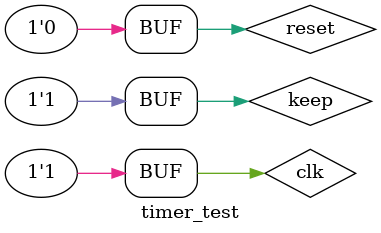
<source format=v>
`timescale 1ns / 1ps


module timer_test;

	// Inputs
	reg clk;
	reg reset;
	reg keep;
	// Outputs
	wire timeout;
	wire [6:0] remain_t;

	// Instantiate the Unit Under Test (UUT)
	Timer uut (
		.clk(clk), 
		.reset(reset), 
		.keep(keep),
		.remain_t(remain_t),
		.timeout(timeout)
	);

	initial begin
		keep=0;
		reset=1;#10;
		reset=0;#300;
		reset=1;#10;
		reset=0;#80;
		keep=1;
	end
	always begin
		clk=0;#1;
		clk=1;#1;
	end
endmodule


</source>
